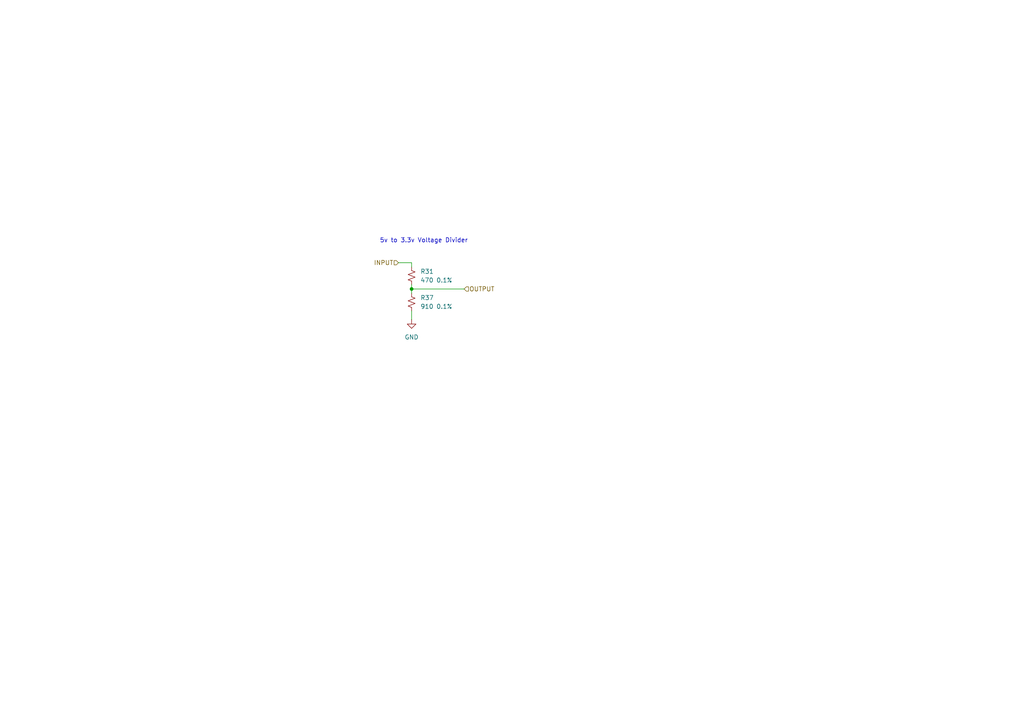
<source format=kicad_sch>
(kicad_sch (version 20231120) (generator "eeschema") (generator_version "8.0")
  (paper "A4")
  (lib_symbols
    (symbol "Device:R_Small_US" (pin_numbers hide) (pin_names (offset 0.254) hide)
      (property "Reference" "R" (at 0.762 0.508 0))
      (property "Value" "R_Small_US" (at 0.762 -1.016 0))
      (symbol "R_Small_US_1_1"
        (polyline (pts (xy 0 0) (xy 1.016 -0.381) (xy 0 -0.762) (xy -1.016 -1.143) (xy 0 -1.524)))
        (polyline (pts (xy 0 1.524) (xy 1.016 1.143) (xy 0 0.762) (xy -1.016 0.381) (xy 0 0)))
        (pin passive line (at 0 2.54 270) (length 1.016) (name "~") (number "1"))
        (pin passive line (at 0 -2.54 90) (length 1.016) (name "~") (number "2"))
      )
    )
    (symbol "power:GND" (power) (pin_numbers hide) (pin_names (offset 0) hide)
      (property "Value" "GND" (at 0 -3.81 0))
      (symbol "GND_0_1"
        (polyline (pts (xy 0 0) (xy 0 -1.27) (xy 1.27 -1.27) (xy 0 -2.54) (xy -1.27 -1.27) (xy 0 -1.27)))
      )
      (symbol "GND_1_1"
        (pin power_in line (at 0 0 270) (length 0) (name "~") (number "1"))
      )
    )
  )
  (junction (at 119.38 83.82))
  (wire (pts (xy 115.57 76.2) (xy 119.38 76.2)))
  (wire (pts (xy 119.38 82.55) (xy 119.38 83.82)))
  (wire (pts (xy 119.38 83.82) (xy 119.38 85.09)))
  (wire (pts (xy 119.38 90.17) (xy 119.38 92.71)))
  (wire (pts (xy 119.38 83.82) (xy 134.62 83.82)))
  (wire (pts (xy 119.38 76.2) (xy 119.38 77.47)))
  (text "5v to 3.3v Voltage Divider" (at 122.936 69.85 0) (effects (font (size 1.27 1.27))))
  (hierarchical_label "OUTPUT" (shape input) (at 134.62 83.82 0))
  (hierarchical_label "INPUT" (shape input) (at 115.57 76.2 180))
  (symbol (lib_id "Device:R_Small_US") (at 119.38 87.63 180) (unit 1)
    (property "Reference" "R37" (at 121.92 86.36 0) (effects (justify right)))
    (property "Value" "910 0.1%" (at 121.92 88.9 0) (effects (justify right)))
    (property "Footprint" "Resistor_SMD:R_1206_3216Metric_Pad1.30x1.75mm_HandSolder" (effects (hide yes)))
    (instances (project "sendit" (path "" (reference "R37") (unit 1)) (path "" (reference "R49") (unit 1)) (path "" (reference "R57") (unit 1)) (path "" (reference "R26") (unit 1)) (path "" (reference "R59") (unit 1)) (path "" (reference "R16") (unit 1)) (path "" (reference "R53") (unit 1)) (path "" (reference "R55") (unit 1))))
  )
  (symbol (lib_id "Device:R_Small_US") (at 119.38 80.01 180) (unit 1)
    (property "Reference" "R31" (at 121.92 78.7399 0) (effects (justify right)))
    (property "Value" "470 0.1%" (at 121.92 81.2799 0) (effects (justify right)))
    (property "Footprint" "Resistor_SMD:R_1206_3216Metric_Pad1.30x1.75mm_HandSolder" (effects (hide yes)))
    (instances (project "sendit" (path "" (reference "R31") (unit 1)) (path "" (reference "R43") (unit 1)) (path "" (reference "R56") (unit 1)) (path "" (reference "R23") (unit 1)) (path "" (reference "R58") (unit 1)) (path "" (reference "R2") (unit 1)) (path "" (reference "R52") (unit 1)) (path "" (reference "R54") (unit 1))))
  )
  (symbol (lib_id "power:GND") (at 119.38 92.71 0) (unit 1)
    (property "Reference" "#PWR056" (effects (hide yes)))
    (property "Value" "GND" (at 119.38 97.79 0))
    (property "Description" "Power symbol creates a global label with name \"GND\" , ground" (effects (hide yes)))
    (instances (project "sendit" (path "" (reference "#PWR056") (unit 1)) (path "" (reference "#PWR072") (unit 1)) (path "" (reference "#PWR097") (unit 1)) (path "" (reference "#PWR037") (unit 1)) (path "" (reference "#PWR099") (unit 1)) (path "" (reference "#PWR09") (unit 1)) (path "" (reference "#PWR083") (unit 1)) (path "" (reference "#PWR095") (unit 1))))
  )
)
</source>
